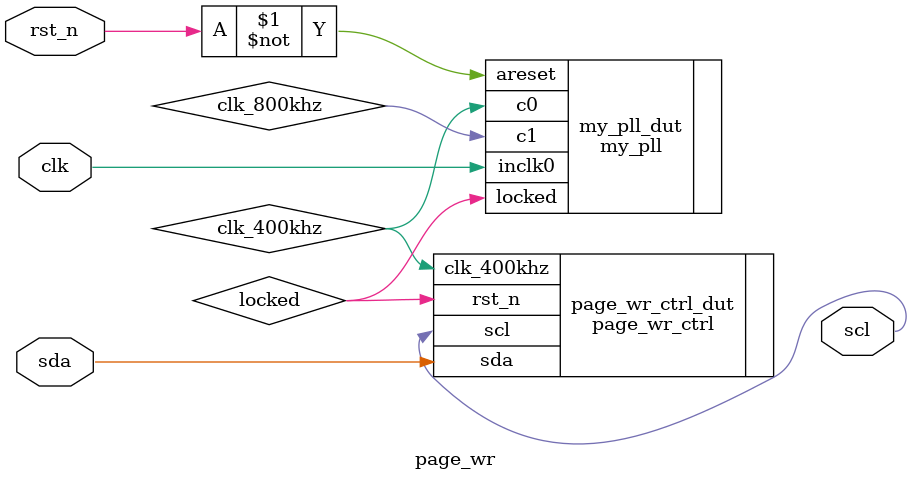
<source format=v>
module page_wr(clk,rst_n,sda,scl);

	input clk,rst_n;
	
	output scl;
	inout sda;
	
	
	wire		clk_400khz,clk_800khz;
	wire		locked;
	
	//c0:400khz
	my_pll my_pll_dut(
	.areset(~rst_n),
	.inclk0(clk),
	.c0(clk_400khz),
	.c1(clk_800khz),
	.locked(locked)
	);
	
	
	//页写
	page_wr_ctrl page_wr_ctrl_dut(
	.clk_400khz(clk_400khz),
	.rst_n(locked),
	.scl(scl),
	.sda(sda)
	);


endmodule 
</source>
